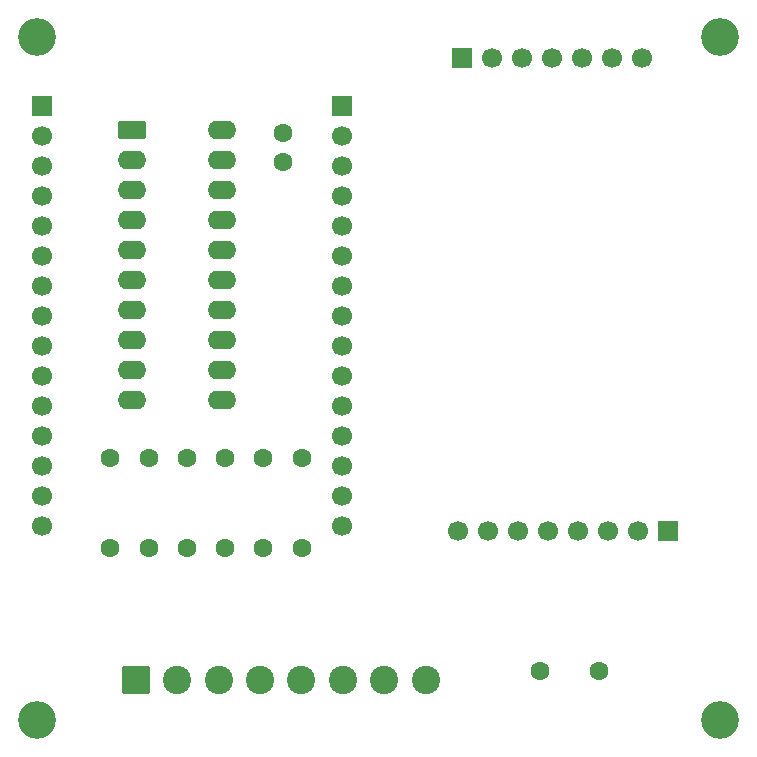
<source format=gts>
%TF.GenerationSoftware,KiCad,Pcbnew,9.0.5*%
%TF.CreationDate,2025-12-28T17:34:09+02:00*%
%TF.ProjectId,base-schematic-02,62617365-2d73-4636-9865-6d617469632d,rev?*%
%TF.SameCoordinates,Original*%
%TF.FileFunction,Soldermask,Top*%
%TF.FilePolarity,Negative*%
%FSLAX46Y46*%
G04 Gerber Fmt 4.6, Leading zero omitted, Abs format (unit mm)*
G04 Created by KiCad (PCBNEW 9.0.5) date 2025-12-28 17:34:09*
%MOMM*%
%LPD*%
G01*
G04 APERTURE LIST*
G04 Aperture macros list*
%AMRoundRect*
0 Rectangle with rounded corners*
0 $1 Rounding radius*
0 $2 $3 $4 $5 $6 $7 $8 $9 X,Y pos of 4 corners*
0 Add a 4 corners polygon primitive as box body*
4,1,4,$2,$3,$4,$5,$6,$7,$8,$9,$2,$3,0*
0 Add four circle primitives for the rounded corners*
1,1,$1+$1,$2,$3*
1,1,$1+$1,$4,$5*
1,1,$1+$1,$6,$7*
1,1,$1+$1,$8,$9*
0 Add four rect primitives between the rounded corners*
20,1,$1+$1,$2,$3,$4,$5,0*
20,1,$1+$1,$4,$5,$6,$7,0*
20,1,$1+$1,$6,$7,$8,$9,0*
20,1,$1+$1,$8,$9,$2,$3,0*%
G04 Aperture macros list end*
%ADD10R,1.700000X1.700000*%
%ADD11C,1.700000*%
%ADD12C,3.200000*%
%ADD13C,1.600000*%
%ADD14RoundRect,0.250001X-0.949999X-0.949999X0.949999X-0.949999X0.949999X0.949999X-0.949999X0.949999X0*%
%ADD15C,2.400000*%
%ADD16RoundRect,0.250000X-0.950000X-0.550000X0.950000X-0.550000X0.950000X0.550000X-0.950000X0.550000X0*%
%ADD17O,2.400000X1.600000*%
G04 APERTURE END LIST*
D10*
%TO.C,J2*%
X79400000Y-59460000D03*
D11*
X79400000Y-62000000D03*
X79400000Y-64540000D03*
X79400000Y-67080000D03*
X79400000Y-69620000D03*
X79400000Y-72160000D03*
X79400000Y-74700000D03*
X79400000Y-77240000D03*
X79400000Y-79780000D03*
X79400000Y-82320000D03*
X79400000Y-84860000D03*
X79400000Y-87400000D03*
X79400000Y-89940000D03*
X79400000Y-92480000D03*
X79400000Y-95020000D03*
%TD*%
D10*
%TO.C,J1*%
X54000000Y-59460000D03*
D11*
X54000000Y-62000000D03*
X54000000Y-64540000D03*
X54000000Y-67080000D03*
X54000000Y-69620000D03*
X54000000Y-72160000D03*
X54000000Y-74700000D03*
X54000000Y-77240000D03*
X54000000Y-79780000D03*
X54000000Y-82320000D03*
X54000000Y-84860000D03*
X54000000Y-87400000D03*
X54000000Y-89940000D03*
X54000000Y-92480000D03*
X54000000Y-95020000D03*
%TD*%
D12*
%TO.C,H1*%
X53600000Y-53600000D03*
%TD*%
D13*
%TO.C,R2*%
X63053000Y-89255000D03*
X63053000Y-96875000D03*
%TD*%
%TO.C,R1*%
X59810000Y-89255000D03*
X59810000Y-96875000D03*
%TD*%
D10*
%TO.C,J3-DAC1*%
X89570000Y-55335000D03*
D11*
X92110000Y-55335000D03*
X94650000Y-55335000D03*
X97190000Y-55335000D03*
X99730000Y-55335000D03*
X102270000Y-55335000D03*
X104810000Y-55335000D03*
%TD*%
D12*
%TO.C,H4*%
X53600000Y-111400000D03*
%TD*%
D13*
%TO.C,R4*%
X69539000Y-89255000D03*
X69539000Y-96875000D03*
%TD*%
%TO.C,C2*%
X96160000Y-107270000D03*
X101160000Y-107270000D03*
%TD*%
%TO.C,R6*%
X76025000Y-89255000D03*
X76025000Y-96875000D03*
%TD*%
%TO.C,C1*%
X74440000Y-61710000D03*
X74440000Y-64210000D03*
%TD*%
%TO.C,R5*%
X72782000Y-89255000D03*
X72782000Y-96875000D03*
%TD*%
%TO.C,R3*%
X66296000Y-89255000D03*
X66296000Y-96875000D03*
%TD*%
D14*
%TO.C,J4*%
X62000000Y-108000000D03*
D15*
X65500000Y-108000000D03*
X69000000Y-108000000D03*
X72500000Y-108000000D03*
X76000000Y-108000000D03*
X79500000Y-108000000D03*
X83000000Y-108000000D03*
X86500000Y-108000000D03*
%TD*%
D16*
%TO.C,U1*%
X61650000Y-61510000D03*
D17*
X61650000Y-64050000D03*
X61650000Y-66590000D03*
X61650000Y-69130000D03*
X61650000Y-71670000D03*
X61650000Y-74210000D03*
X61650000Y-76750000D03*
X61650000Y-79290000D03*
X61650000Y-81830000D03*
X61650000Y-84370000D03*
X69270000Y-84370000D03*
X69270000Y-81830000D03*
X69270000Y-79290000D03*
X69270000Y-76750000D03*
X69270000Y-74210000D03*
X69270000Y-71670000D03*
X69270000Y-69130000D03*
X69270000Y-66590000D03*
X69270000Y-64050000D03*
X69270000Y-61510000D03*
%TD*%
D12*
%TO.C,H3*%
X111450000Y-111430000D03*
%TD*%
%TO.C,H2*%
X111400000Y-53600000D03*
%TD*%
D10*
%TO.C,J4-IMU1*%
X107009138Y-95394959D03*
D11*
X104469138Y-95394959D03*
X101929138Y-95394959D03*
X99389138Y-95394959D03*
X96849138Y-95394959D03*
X94309138Y-95394959D03*
X91769138Y-95394959D03*
X89229138Y-95394959D03*
%TD*%
M02*

</source>
